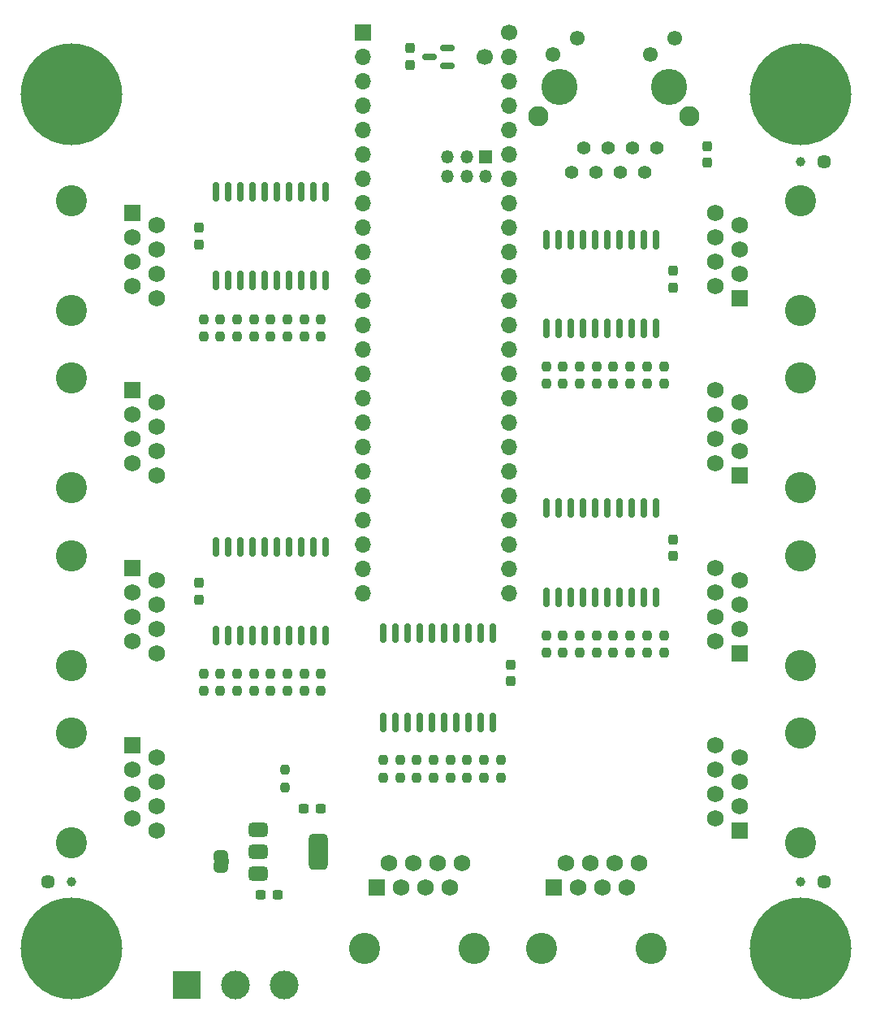
<source format=gbr>
%TF.GenerationSoftware,KiCad,Pcbnew,8.0.0*%
%TF.CreationDate,2024-03-24T17:19:01-07:00*%
%TF.ProjectId,Penta_OctoWS2811,50656e74-615f-44f6-9374-6f5753323831,rev?*%
%TF.SameCoordinates,Original*%
%TF.FileFunction,Soldermask,Top*%
%TF.FilePolarity,Negative*%
%FSLAX46Y46*%
G04 Gerber Fmt 4.6, Leading zero omitted, Abs format (unit mm)*
G04 Created by KiCad (PCBNEW 8.0.0) date 2024-03-24 17:19:01*
%MOMM*%
%LPD*%
G01*
G04 APERTURE LIST*
G04 Aperture macros list*
%AMRoundRect*
0 Rectangle with rounded corners*
0 $1 Rounding radius*
0 $2 $3 $4 $5 $6 $7 $8 $9 X,Y pos of 4 corners*
0 Add a 4 corners polygon primitive as box body*
4,1,4,$2,$3,$4,$5,$6,$7,$8,$9,$2,$3,0*
0 Add four circle primitives for the rounded corners*
1,1,$1+$1,$2,$3*
1,1,$1+$1,$4,$5*
1,1,$1+$1,$6,$7*
1,1,$1+$1,$8,$9*
0 Add four rect primitives between the rounded corners*
20,1,$1+$1,$2,$3,$4,$5,0*
20,1,$1+$1,$4,$5,$6,$7,0*
20,1,$1+$1,$6,$7,$8,$9,0*
20,1,$1+$1,$8,$9,$2,$3,0*%
%AMFreePoly0*
4,1,19,0.500000,-0.750000,0.000000,-0.750000,0.000000,-0.744911,-0.071157,-0.744911,-0.207708,-0.704816,-0.327430,-0.627875,-0.420627,-0.520320,-0.479746,-0.390866,-0.500000,-0.250000,-0.500000,0.250000,-0.479746,0.390866,-0.420627,0.520320,-0.327430,0.627875,-0.207708,0.704816,-0.071157,0.744911,0.000000,0.744911,0.000000,0.750000,0.500000,0.750000,0.500000,-0.750000,0.500000,-0.750000,
$1*%
%AMFreePoly1*
4,1,19,0.000000,0.744911,0.071157,0.744911,0.207708,0.704816,0.327430,0.627875,0.420627,0.520320,0.479746,0.390866,0.500000,0.250000,0.500000,-0.250000,0.479746,-0.390866,0.420627,-0.520320,0.327430,-0.627875,0.207708,-0.704816,0.071157,-0.744911,0.000000,-0.744911,0.000000,-0.750000,-0.500000,-0.750000,-0.500000,0.750000,0.000000,0.750000,0.000000,0.744911,0.000000,0.744911,
$1*%
G04 Aperture macros list end*
%ADD10C,0.100000*%
%ADD11RoundRect,0.150000X0.587500X0.150000X-0.587500X0.150000X-0.587500X-0.150000X0.587500X-0.150000X0*%
%ADD12RoundRect,0.237500X-0.300000X-0.237500X0.300000X-0.237500X0.300000X0.237500X-0.300000X0.237500X0*%
%ADD13RoundRect,0.237500X0.237500X-0.250000X0.237500X0.250000X-0.237500X0.250000X-0.237500X-0.250000X0*%
%ADD14RoundRect,0.237500X0.237500X-0.300000X0.237500X0.300000X-0.237500X0.300000X-0.237500X-0.300000X0*%
%ADD15C,3.250000*%
%ADD16R,1.750000X1.750000*%
%ADD17C,1.750000*%
%ADD18C,1.000000*%
%ADD19R,1.700000X1.700000*%
%ADD20O,1.700000X1.700000*%
%ADD21R,1.600000X1.600000*%
%ADD22C,1.600000*%
%ADD23R,1.300000X1.300000*%
%ADD24C,1.300000*%
%ADD25RoundRect,0.150000X-0.150000X0.875000X-0.150000X-0.875000X0.150000X-0.875000X0.150000X0.875000X0*%
%ADD26R,3.000000X3.000000*%
%ADD27C,3.000000*%
%ADD28RoundRect,0.237500X-0.237500X0.300000X-0.237500X-0.300000X0.237500X-0.300000X0.237500X0.300000X0*%
%ADD29RoundRect,0.237500X0.300000X0.237500X-0.300000X0.237500X-0.300000X-0.237500X0.300000X-0.237500X0*%
%ADD30C,10.600000*%
%ADD31C,1.700000*%
%ADD32RoundRect,0.375000X-0.625000X-0.375000X0.625000X-0.375000X0.625000X0.375000X-0.625000X0.375000X0*%
%ADD33RoundRect,0.500000X-0.500000X-1.400000X0.500000X-1.400000X0.500000X1.400000X-0.500000X1.400000X0*%
%ADD34FreePoly0,90.000000*%
%ADD35FreePoly1,90.000000*%
%ADD36RoundRect,0.150000X0.150000X-0.875000X0.150000X0.875000X-0.150000X0.875000X-0.150000X-0.875000X0*%
%ADD37C,3.759200*%
%ADD38C,1.397000*%
%ADD39C,1.549400*%
%ADD40C,2.108200*%
%ADD41C,1.448000*%
%ADD42R,1.350000X1.350000*%
%ADD43O,1.350000X1.350000*%
G04 APERTURE END LIST*
D10*
X125650000Y-123443750D02*
X127050000Y-123443750D01*
X127050000Y-123843750D01*
X125650000Y-123843750D01*
X125650000Y-123443750D01*
G36*
X125650000Y-123443750D02*
G01*
X127050000Y-123443750D01*
X127050000Y-123843750D01*
X125650000Y-123843750D01*
X125650000Y-123443750D01*
G37*
D11*
%TO.C,D1*%
X149937500Y-40775000D03*
X149937500Y-38875000D03*
X148062500Y-39825000D03*
%TD*%
D12*
%TO.C,C4*%
X134987500Y-118143750D03*
X136712500Y-118143750D03*
%TD*%
D13*
%TO.C,R24*%
X160250000Y-73912500D03*
X160250000Y-72087500D03*
%TD*%
D14*
%TO.C,C1*%
X124000000Y-59362500D03*
X124000000Y-57637500D03*
%TD*%
D13*
%TO.C,R30*%
X163750000Y-101912500D03*
X163750000Y-100087500D03*
%TD*%
D15*
%TO.C,J7*%
X186750000Y-84715000D03*
X186750000Y-73285000D03*
D16*
X180400000Y-83445000D03*
D17*
X177860000Y-82175000D03*
X180400000Y-80905000D03*
X177860000Y-79635000D03*
X180400000Y-78365000D03*
X177860000Y-77095000D03*
X180400000Y-75825000D03*
X177860000Y-74555000D03*
%TD*%
D14*
%TO.C,C2*%
X124000000Y-96362500D03*
X124000000Y-94637500D03*
%TD*%
D13*
%TO.C,R40*%
X143250000Y-114912500D03*
X143250000Y-113087500D03*
%TD*%
%TO.C,R3*%
X128000000Y-69000000D03*
X128000000Y-67175000D03*
%TD*%
D14*
%TO.C,C5*%
X173500000Y-63862500D03*
X173500000Y-62137500D03*
%TD*%
%TO.C,C8*%
X146000000Y-40662500D03*
X146000000Y-38937500D03*
%TD*%
D13*
%TO.C,R33*%
X155500000Y-114912500D03*
X155500000Y-113087500D03*
%TD*%
%TO.C,R37*%
X148500000Y-114912500D03*
X148500000Y-113087500D03*
%TD*%
D15*
%TO.C,J3*%
X110750000Y-73285000D03*
X110750000Y-84715000D03*
D16*
X117100000Y-74555000D03*
D17*
X119640000Y-75825000D03*
X117100000Y-77095000D03*
X119640000Y-78365000D03*
X117100000Y-79635000D03*
X119640000Y-80905000D03*
X117100000Y-82175000D03*
X119640000Y-83445000D03*
%TD*%
D13*
%TO.C,R22*%
X163750000Y-73912500D03*
X163750000Y-72087500D03*
%TD*%
D15*
%TO.C,J6*%
X186750000Y-66215000D03*
X186750000Y-54785000D03*
D16*
X180400000Y-64945000D03*
D17*
X177860000Y-63675000D03*
X180400000Y-62405000D03*
X177860000Y-61135000D03*
X180400000Y-59865000D03*
X177860000Y-58595000D03*
X180400000Y-57325000D03*
X177860000Y-56055000D03*
%TD*%
D13*
%TO.C,R21*%
X165500000Y-73912500D03*
X165500000Y-72087500D03*
%TD*%
%TO.C,R31*%
X162000000Y-101912500D03*
X162000000Y-100087500D03*
%TD*%
D18*
%TO.C,FID1*%
X110750000Y-125750000D03*
%TD*%
D19*
%TO.C,J14*%
X141130000Y-37290000D03*
D20*
X141130000Y-39830000D03*
X141130000Y-42370000D03*
X141130000Y-44910000D03*
X141130000Y-47450000D03*
X141130000Y-49990000D03*
X141130000Y-52530000D03*
X141130000Y-55070000D03*
X141130000Y-57610000D03*
X141130000Y-60150000D03*
X141130000Y-62690000D03*
X141130000Y-65230000D03*
X141130000Y-67770000D03*
X141130000Y-70310000D03*
X141130000Y-72850000D03*
X141130000Y-75390000D03*
X141130000Y-77930000D03*
X141130000Y-80470000D03*
X141130000Y-83010000D03*
X141130000Y-85550000D03*
X141130000Y-88090000D03*
X141130000Y-90630000D03*
X141130000Y-93170000D03*
X141130000Y-95710000D03*
%TD*%
D18*
%TO.C,FID3*%
X186750000Y-125750000D03*
%TD*%
D21*
%TO.C,U4*%
X141130000Y-37290000D03*
D22*
X141130000Y-39830000D03*
X141130000Y-42370000D03*
X141130000Y-44910000D03*
X141130000Y-47450000D03*
X141130000Y-49990000D03*
X141130000Y-52530000D03*
X141130000Y-55070000D03*
X141130000Y-57610000D03*
X141130000Y-60150000D03*
X141130000Y-62690000D03*
X141130000Y-65230000D03*
X141130000Y-67770000D03*
X141130000Y-70310000D03*
X141130000Y-72850000D03*
X141130000Y-75390000D03*
X141130000Y-77930000D03*
X141130000Y-80470000D03*
X141130000Y-83010000D03*
X141130000Y-85550000D03*
X141130000Y-88090000D03*
X141130000Y-90630000D03*
X141130000Y-93170000D03*
X141130000Y-95710000D03*
X156370000Y-95710000D03*
X156370000Y-93170000D03*
X156370000Y-90630000D03*
X156370000Y-88090000D03*
X156370000Y-85550000D03*
X156370000Y-83010000D03*
X156370000Y-80470000D03*
X156370000Y-77930000D03*
X156370000Y-75390000D03*
X156370000Y-72850000D03*
X156370000Y-70310000D03*
X156370000Y-67770000D03*
X156370000Y-65230000D03*
X156370000Y-62690000D03*
X156370000Y-60150000D03*
X156370000Y-57610000D03*
X156370000Y-55070000D03*
X156370000Y-52530000D03*
X156370000Y-49990000D03*
X156370000Y-47450000D03*
X156370000Y-44910000D03*
X156370000Y-42370000D03*
X156370000Y-39830000D03*
X156370000Y-37290000D03*
X153830000Y-39830000D03*
D23*
X153931600Y-50260000D03*
D24*
X151931600Y-50260000D03*
X149931600Y-50260000D03*
X149931600Y-52260000D03*
X151931600Y-52260000D03*
X153931600Y-52260000D03*
%TD*%
D13*
%TO.C,R23*%
X162000000Y-73912500D03*
X162000000Y-72087500D03*
%TD*%
D25*
%TO.C,U5*%
X171715000Y-58850000D03*
X170445000Y-58850000D03*
X169175000Y-58850000D03*
X167905000Y-58850000D03*
X166635000Y-58850000D03*
X165365000Y-58850000D03*
X164095000Y-58850000D03*
X162825000Y-58850000D03*
X161555000Y-58850000D03*
X160285000Y-58850000D03*
X160285000Y-68150000D03*
X161555000Y-68150000D03*
X162825000Y-68150000D03*
X164095000Y-68150000D03*
X165365000Y-68150000D03*
X166635000Y-68150000D03*
X167905000Y-68150000D03*
X169175000Y-68150000D03*
X170445000Y-68150000D03*
X171715000Y-68150000D03*
%TD*%
D13*
%TO.C,R39*%
X145000000Y-114912500D03*
X145000000Y-113087500D03*
%TD*%
D14*
%TO.C,C7*%
X156500000Y-104862500D03*
X156500000Y-103137500D03*
%TD*%
D13*
%TO.C,R29*%
X165500000Y-101912500D03*
X165500000Y-100087500D03*
%TD*%
%TO.C,R8*%
X136750000Y-69000000D03*
X136750000Y-67175000D03*
%TD*%
%TO.C,R28*%
X167250000Y-101912500D03*
X167250000Y-100087500D03*
%TD*%
D26*
%TO.C,J1*%
X122750000Y-136500000D03*
D27*
X127830000Y-136500000D03*
X132910000Y-136500000D03*
%TD*%
D13*
%TO.C,R6*%
X133250000Y-69000000D03*
X133250000Y-67175000D03*
%TD*%
D15*
%TO.C,J10*%
X159785000Y-132750000D03*
X171215000Y-132750000D03*
D16*
X161055000Y-126400000D03*
D17*
X162325000Y-123860000D03*
X163595000Y-126400000D03*
X164865000Y-123860000D03*
X166135000Y-126400000D03*
X167405000Y-123860000D03*
X168675000Y-126400000D03*
X169945000Y-123860000D03*
%TD*%
D15*
%TO.C,J11*%
X141285000Y-132750000D03*
X152715000Y-132750000D03*
D16*
X142555000Y-126400000D03*
D17*
X143825000Y-123860000D03*
X145095000Y-126400000D03*
X146365000Y-123860000D03*
X147635000Y-126400000D03*
X148905000Y-123860000D03*
X150175000Y-126400000D03*
X151445000Y-123860000D03*
%TD*%
D13*
%TO.C,R13*%
X131500000Y-105912500D03*
X131500000Y-104087500D03*
%TD*%
D28*
%TO.C,C9*%
X177000000Y-49137500D03*
X177000000Y-50862500D03*
%TD*%
D13*
%TO.C,R11*%
X128000000Y-105912500D03*
X128000000Y-104087500D03*
%TD*%
D29*
%TO.C,C3*%
X132212500Y-127143750D03*
X130487500Y-127143750D03*
%TD*%
D30*
%TO.C,H3*%
X110750000Y-132750000D03*
%TD*%
D13*
%TO.C,R34*%
X153750000Y-114912500D03*
X153750000Y-113087500D03*
%TD*%
%TO.C,R20*%
X167250000Y-73912500D03*
X167250000Y-72087500D03*
%TD*%
D31*
%TO.C,J15*%
X156370000Y-37290000D03*
D20*
X156370000Y-39830000D03*
X156370000Y-42370000D03*
X156370000Y-44910000D03*
X156370000Y-47450000D03*
X156370000Y-49990000D03*
X156370000Y-52530000D03*
X156370000Y-55070000D03*
X156370000Y-57610000D03*
X156370000Y-60150000D03*
X156370000Y-62690000D03*
X156370000Y-65230000D03*
X156370000Y-67770000D03*
X156370000Y-70310000D03*
X156370000Y-72850000D03*
X156370000Y-75390000D03*
X156370000Y-77930000D03*
X156370000Y-80470000D03*
X156370000Y-83010000D03*
X156370000Y-85550000D03*
X156370000Y-88090000D03*
X156370000Y-90630000D03*
X156370000Y-93170000D03*
X156370000Y-95710000D03*
%TD*%
D30*
%TO.C,H2*%
X186750000Y-43750000D03*
%TD*%
D18*
%TO.C,FID2*%
X186750000Y-50750000D03*
%TD*%
D15*
%TO.C,J9*%
X186750000Y-121715000D03*
X186750000Y-110285000D03*
D16*
X180400000Y-120445000D03*
D17*
X177860000Y-119175000D03*
X180400000Y-117905000D03*
X177860000Y-116635000D03*
X180400000Y-115365000D03*
X177860000Y-114095000D03*
X180400000Y-112825000D03*
X177860000Y-111555000D03*
%TD*%
D32*
%TO.C,U3*%
X130200000Y-120343750D03*
X130200000Y-122643750D03*
D33*
X136500000Y-122643750D03*
D32*
X130200000Y-124943750D03*
%TD*%
D13*
%TO.C,R32*%
X160250000Y-101912500D03*
X160250000Y-100087500D03*
%TD*%
D34*
%TO.C,JP3*%
X126350000Y-124293750D03*
D35*
X126350000Y-122993750D03*
%TD*%
D13*
%TO.C,R27*%
X169000000Y-101912500D03*
X169000000Y-100087500D03*
%TD*%
D15*
%TO.C,J2*%
X110750000Y-54785000D03*
X110750000Y-66215000D03*
D16*
X117100000Y-56055000D03*
D17*
X119640000Y-57325000D03*
X117100000Y-58595000D03*
X119640000Y-59865000D03*
X117100000Y-61135000D03*
X119640000Y-62405000D03*
X117100000Y-63675000D03*
X119640000Y-64945000D03*
%TD*%
D13*
%TO.C,R17*%
X172500000Y-73912500D03*
X172500000Y-72087500D03*
%TD*%
%TO.C,R4*%
X129750000Y-69000000D03*
X129750000Y-67175000D03*
%TD*%
D36*
%TO.C,U1*%
X125785000Y-63150000D03*
X127055000Y-63150000D03*
X128325000Y-63150000D03*
X129595000Y-63150000D03*
X130865000Y-63150000D03*
X132135000Y-63150000D03*
X133405000Y-63150000D03*
X134675000Y-63150000D03*
X135945000Y-63150000D03*
X137215000Y-63150000D03*
X137215000Y-53850000D03*
X135945000Y-53850000D03*
X134675000Y-53850000D03*
X133405000Y-53850000D03*
X132135000Y-53850000D03*
X130865000Y-53850000D03*
X129595000Y-53850000D03*
X128325000Y-53850000D03*
X127055000Y-53850000D03*
X125785000Y-53850000D03*
%TD*%
D30*
%TO.C,H4*%
X186750000Y-132750000D03*
%TD*%
D14*
%TO.C,C6*%
X173500000Y-91862500D03*
X173500000Y-90137500D03*
%TD*%
D13*
%TO.C,R2*%
X126250000Y-69000000D03*
X126250000Y-67175000D03*
%TD*%
%TO.C,R16*%
X136750000Y-105912500D03*
X136750000Y-104087500D03*
%TD*%
%TO.C,R19*%
X169000000Y-73912500D03*
X169000000Y-72087500D03*
%TD*%
%TO.C,R35*%
X152000000Y-114912500D03*
X152000000Y-113087500D03*
%TD*%
%TO.C,R41*%
X133000000Y-115912500D03*
X133000000Y-114087500D03*
%TD*%
%TO.C,R7*%
X135000000Y-69000000D03*
X135000000Y-67175000D03*
%TD*%
%TO.C,R38*%
X146750000Y-114912500D03*
X146750000Y-113087500D03*
%TD*%
%TO.C,R15*%
X135000000Y-105912500D03*
X135000000Y-104087500D03*
%TD*%
D37*
%TO.C,J12*%
X173010649Y-42980000D03*
X161580649Y-42980000D03*
D38*
X171740649Y-49350000D03*
X170470649Y-51890000D03*
X169200649Y-49350000D03*
X167930649Y-51890000D03*
X166660649Y-49350000D03*
X165390649Y-51890000D03*
X164120649Y-49350000D03*
X162850649Y-51890000D03*
D39*
X173620649Y-37900000D03*
X171080649Y-39620000D03*
X163510649Y-37920000D03*
X160970649Y-39620000D03*
D40*
X175170647Y-46030000D03*
X159420651Y-46030000D03*
%TD*%
D41*
%TO.C,TOOL1*%
X189250000Y-125750000D03*
%TD*%
D25*
%TO.C,U7*%
X154715000Y-99850000D03*
X153445000Y-99850000D03*
X152175000Y-99850000D03*
X150905000Y-99850000D03*
X149635000Y-99850000D03*
X148365000Y-99850000D03*
X147095000Y-99850000D03*
X145825000Y-99850000D03*
X144555000Y-99850000D03*
X143285000Y-99850000D03*
X143285000Y-109150000D03*
X144555000Y-109150000D03*
X145825000Y-109150000D03*
X147095000Y-109150000D03*
X148365000Y-109150000D03*
X149635000Y-109150000D03*
X150905000Y-109150000D03*
X152175000Y-109150000D03*
X153445000Y-109150000D03*
X154715000Y-109150000D03*
%TD*%
D13*
%TO.C,R1*%
X124500000Y-69000000D03*
X124500000Y-67175000D03*
%TD*%
%TO.C,R18*%
X170750000Y-73912500D03*
X170750000Y-72087500D03*
%TD*%
D30*
%TO.C,H1*%
X110750000Y-43750000D03*
%TD*%
D25*
%TO.C,U6*%
X171715000Y-86850000D03*
X170445000Y-86850000D03*
X169175000Y-86850000D03*
X167905000Y-86850000D03*
X166635000Y-86850000D03*
X165365000Y-86850000D03*
X164095000Y-86850000D03*
X162825000Y-86850000D03*
X161555000Y-86850000D03*
X160285000Y-86850000D03*
X160285000Y-96150000D03*
X161555000Y-96150000D03*
X162825000Y-96150000D03*
X164095000Y-96150000D03*
X165365000Y-96150000D03*
X166635000Y-96150000D03*
X167905000Y-96150000D03*
X169175000Y-96150000D03*
X170445000Y-96150000D03*
X171715000Y-96150000D03*
%TD*%
D31*
%TO.C,J16*%
X153830000Y-39830000D03*
%TD*%
D13*
%TO.C,R9*%
X124500000Y-105912500D03*
X124500000Y-104087500D03*
%TD*%
D42*
%TO.C,J13*%
X153930000Y-50260000D03*
D43*
X151930000Y-50260000D03*
X149930000Y-50260000D03*
X149930000Y-52260000D03*
X151930000Y-52260000D03*
X153930000Y-52260000D03*
%TD*%
D13*
%TO.C,R5*%
X131500000Y-69000000D03*
X131500000Y-67175000D03*
%TD*%
%TO.C,R26*%
X170750000Y-101912500D03*
X170750000Y-100087500D03*
%TD*%
D41*
%TO.C,TOOL3*%
X108250000Y-125750000D03*
%TD*%
D13*
%TO.C,R14*%
X133250000Y-105912500D03*
X133250000Y-104087500D03*
%TD*%
D15*
%TO.C,J8*%
X186750000Y-103215000D03*
X186750000Y-91785000D03*
D16*
X180400000Y-101945000D03*
D17*
X177860000Y-100675000D03*
X180400000Y-99405000D03*
X177860000Y-98135000D03*
X180400000Y-96865000D03*
X177860000Y-95595000D03*
X180400000Y-94325000D03*
X177860000Y-93055000D03*
%TD*%
D13*
%TO.C,R10*%
X126250000Y-105912500D03*
X126250000Y-104087500D03*
%TD*%
D36*
%TO.C,U2*%
X125785000Y-100150000D03*
X127055000Y-100150000D03*
X128325000Y-100150000D03*
X129595000Y-100150000D03*
X130865000Y-100150000D03*
X132135000Y-100150000D03*
X133405000Y-100150000D03*
X134675000Y-100150000D03*
X135945000Y-100150000D03*
X137215000Y-100150000D03*
X137215000Y-90850000D03*
X135945000Y-90850000D03*
X134675000Y-90850000D03*
X133405000Y-90850000D03*
X132135000Y-90850000D03*
X130865000Y-90850000D03*
X129595000Y-90850000D03*
X128325000Y-90850000D03*
X127055000Y-90850000D03*
X125785000Y-90850000D03*
%TD*%
D15*
%TO.C,J4*%
X110750000Y-91785000D03*
X110750000Y-103215000D03*
D16*
X117100000Y-93055000D03*
D17*
X119640000Y-94325000D03*
X117100000Y-95595000D03*
X119640000Y-96865000D03*
X117100000Y-98135000D03*
X119640000Y-99405000D03*
X117100000Y-100675000D03*
X119640000Y-101945000D03*
%TD*%
D41*
%TO.C,TOOL2*%
X189250000Y-50750000D03*
%TD*%
D13*
%TO.C,R12*%
X129750000Y-105912500D03*
X129750000Y-104087500D03*
%TD*%
%TO.C,R36*%
X150250000Y-114912500D03*
X150250000Y-113087500D03*
%TD*%
%TO.C,R25*%
X172500000Y-101912500D03*
X172500000Y-100087500D03*
%TD*%
D15*
%TO.C,J5*%
X110750000Y-110285000D03*
X110750000Y-121715000D03*
D16*
X117100000Y-111555000D03*
D17*
X119640000Y-112825000D03*
X117100000Y-114095000D03*
X119640000Y-115365000D03*
X117100000Y-116635000D03*
X119640000Y-117905000D03*
X117100000Y-119175000D03*
X119640000Y-120445000D03*
%TD*%
M02*

</source>
